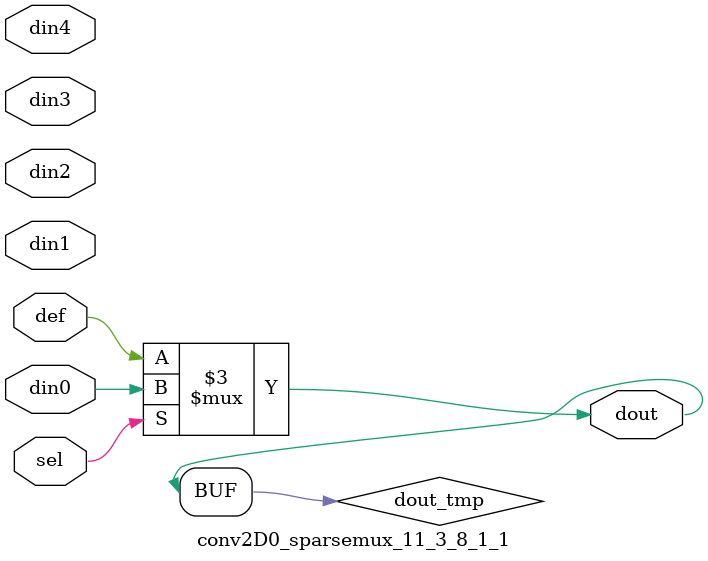
<source format=v>
`timescale 1ns / 1ps

module conv2D0_sparsemux_11_3_8_1_1 (din0,din1,din2,din3,din4,def,sel,dout);

parameter din0_WIDTH = 1;

parameter din1_WIDTH = 1;

parameter din2_WIDTH = 1;

parameter din3_WIDTH = 1;

parameter din4_WIDTH = 1;

parameter def_WIDTH = 1;
parameter sel_WIDTH = 1;
parameter dout_WIDTH = 1;

parameter [sel_WIDTH-1:0] CASE0 = 1;

parameter [sel_WIDTH-1:0] CASE1 = 1;

parameter [sel_WIDTH-1:0] CASE2 = 1;

parameter [sel_WIDTH-1:0] CASE3 = 1;

parameter [sel_WIDTH-1:0] CASE4 = 1;

parameter ID = 1;
parameter NUM_STAGE = 1;



input [din0_WIDTH-1:0] din0;

input [din1_WIDTH-1:0] din1;

input [din2_WIDTH-1:0] din2;

input [din3_WIDTH-1:0] din3;

input [din4_WIDTH-1:0] din4;

input [def_WIDTH-1:0] def;
input [sel_WIDTH-1:0] sel;

output [dout_WIDTH-1:0] dout;



reg [dout_WIDTH-1:0] dout_tmp;

always @ (*) begin
case (sel)
    
    CASE0 : dout_tmp = din0;
    
    CASE1 : dout_tmp = din1;
    
    CASE2 : dout_tmp = din2;
    
    CASE3 : dout_tmp = din3;
    
    CASE4 : dout_tmp = din4;
    
    default : dout_tmp = def;
endcase
end


assign dout = dout_tmp;



endmodule

</source>
